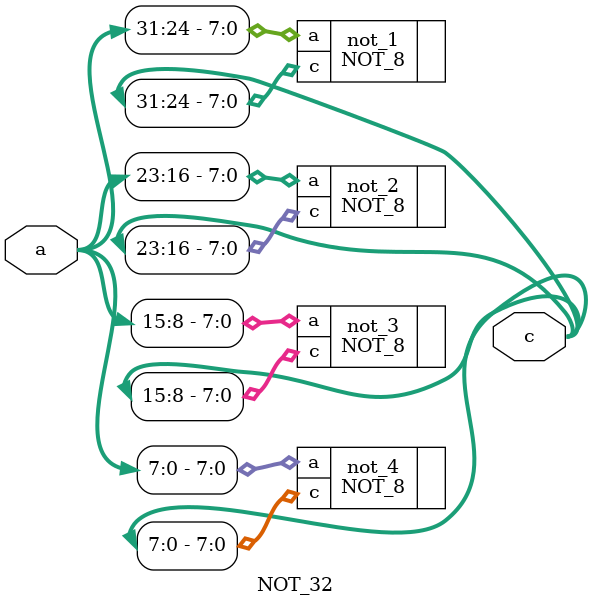
<source format=v>
`timescale 1ns / 1ps

module NOT_32(
    input [31:0] a,
	output [31:0] c
    );
    NOT_8 not_1 ( .a(a[31:24]) , .c(c[31:24]));
    NOT_8 not_2 ( .a(a[23:16]) , .c(c[23:16]));
    NOT_8 not_3 ( .a(a[15:8])  , .c(c[15:8]));
    NOT_8 not_4 ( .a(a[7:0])   , .c(c[7:0]));
endmodule

</source>
